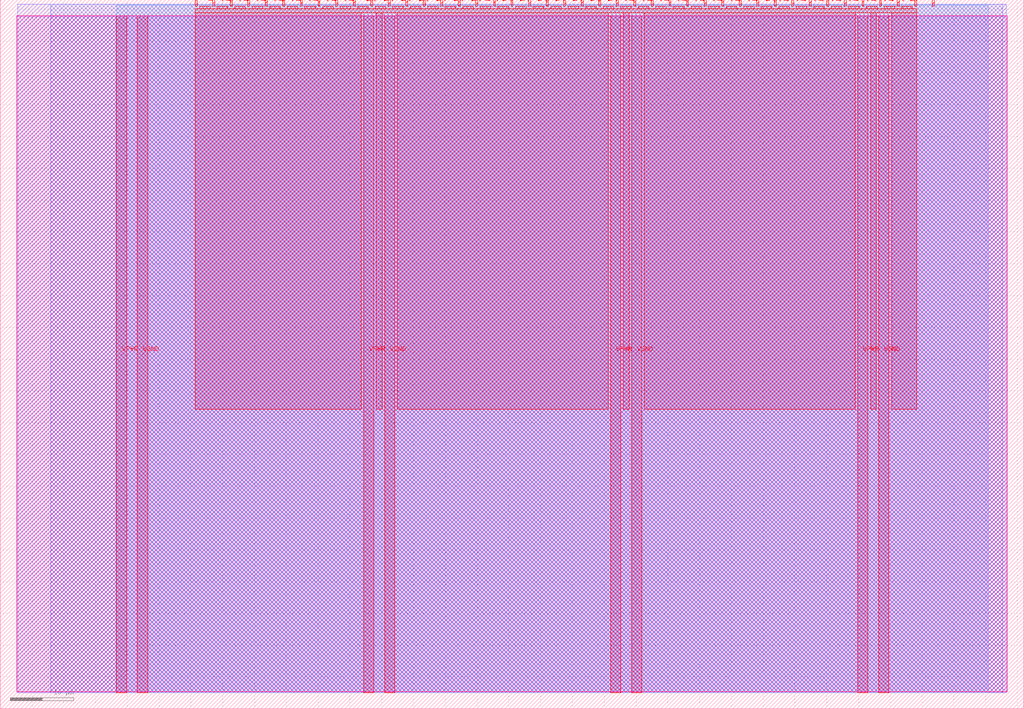
<source format=lef>
VERSION 5.7 ;
  NOWIREEXTENSIONATPIN ON ;
  DIVIDERCHAR "/" ;
  BUSBITCHARS "[]" ;
MACRO tt_um_gamepad_pmod_demo
  CLASS BLOCK ;
  FOREIGN tt_um_gamepad_pmod_demo ;
  ORIGIN 0.000 0.000 ;
  SIZE 161.000 BY 111.520 ;
  PIN VGND
    DIRECTION INOUT ;
    USE GROUND ;
    PORT
      LAYER met4 ;
        RECT 21.580 2.480 23.180 109.040 ;
    END
    PORT
      LAYER met4 ;
        RECT 60.450 2.480 62.050 109.040 ;
    END
    PORT
      LAYER met4 ;
        RECT 99.320 2.480 100.920 109.040 ;
    END
    PORT
      LAYER met4 ;
        RECT 138.190 2.480 139.790 109.040 ;
    END
  END VGND
  PIN VPWR
    DIRECTION INOUT ;
    USE POWER ;
    PORT
      LAYER met4 ;
        RECT 18.280 2.480 19.880 109.040 ;
    END
    PORT
      LAYER met4 ;
        RECT 57.150 2.480 58.750 109.040 ;
    END
    PORT
      LAYER met4 ;
        RECT 96.020 2.480 97.620 109.040 ;
    END
    PORT
      LAYER met4 ;
        RECT 134.890 2.480 136.490 109.040 ;
    END
  END VPWR
  PIN clk
    DIRECTION INPUT ;
    USE SIGNAL ;
    ANTENNAGATEAREA 0.852000 ;
    PORT
      LAYER met4 ;
        RECT 143.830 110.520 144.130 111.520 ;
    END
  END clk
  PIN ena
    DIRECTION INPUT ;
    USE SIGNAL ;
    PORT
      LAYER met4 ;
        RECT 146.590 110.520 146.890 111.520 ;
    END
  END ena
  PIN rst_n
    DIRECTION INPUT ;
    USE SIGNAL ;
    ANTENNAGATEAREA 0.196500 ;
    PORT
      LAYER met4 ;
        RECT 141.070 110.520 141.370 111.520 ;
    END
  END rst_n
  PIN ui_in[0]
    DIRECTION INPUT ;
    USE SIGNAL ;
    PORT
      LAYER met4 ;
        RECT 138.310 110.520 138.610 111.520 ;
    END
  END ui_in[0]
  PIN ui_in[1]
    DIRECTION INPUT ;
    USE SIGNAL ;
    PORT
      LAYER met4 ;
        RECT 135.550 110.520 135.850 111.520 ;
    END
  END ui_in[1]
  PIN ui_in[2]
    DIRECTION INPUT ;
    USE SIGNAL ;
    PORT
      LAYER met4 ;
        RECT 132.790 110.520 133.090 111.520 ;
    END
  END ui_in[2]
  PIN ui_in[3]
    DIRECTION INPUT ;
    USE SIGNAL ;
    PORT
      LAYER met4 ;
        RECT 130.030 110.520 130.330 111.520 ;
    END
  END ui_in[3]
  PIN ui_in[4]
    DIRECTION INPUT ;
    USE SIGNAL ;
    ANTENNAGATEAREA 0.196500 ;
    PORT
      LAYER met4 ;
        RECT 127.270 110.520 127.570 111.520 ;
    END
  END ui_in[4]
  PIN ui_in[5]
    DIRECTION INPUT ;
    USE SIGNAL ;
    ANTENNAGATEAREA 0.196500 ;
    PORT
      LAYER met4 ;
        RECT 124.510 110.520 124.810 111.520 ;
    END
  END ui_in[5]
  PIN ui_in[6]
    DIRECTION INPUT ;
    USE SIGNAL ;
    ANTENNAGATEAREA 0.196500 ;
    PORT
      LAYER met4 ;
        RECT 121.750 110.520 122.050 111.520 ;
    END
  END ui_in[6]
  PIN ui_in[7]
    DIRECTION INPUT ;
    USE SIGNAL ;
    PORT
      LAYER met4 ;
        RECT 118.990 110.520 119.290 111.520 ;
    END
  END ui_in[7]
  PIN uio_in[0]
    DIRECTION INPUT ;
    USE SIGNAL ;
    PORT
      LAYER met4 ;
        RECT 116.230 110.520 116.530 111.520 ;
    END
  END uio_in[0]
  PIN uio_in[1]
    DIRECTION INPUT ;
    USE SIGNAL ;
    PORT
      LAYER met4 ;
        RECT 113.470 110.520 113.770 111.520 ;
    END
  END uio_in[1]
  PIN uio_in[2]
    DIRECTION INPUT ;
    USE SIGNAL ;
    PORT
      LAYER met4 ;
        RECT 110.710 110.520 111.010 111.520 ;
    END
  END uio_in[2]
  PIN uio_in[3]
    DIRECTION INPUT ;
    USE SIGNAL ;
    PORT
      LAYER met4 ;
        RECT 107.950 110.520 108.250 111.520 ;
    END
  END uio_in[3]
  PIN uio_in[4]
    DIRECTION INPUT ;
    USE SIGNAL ;
    PORT
      LAYER met4 ;
        RECT 105.190 110.520 105.490 111.520 ;
    END
  END uio_in[4]
  PIN uio_in[5]
    DIRECTION INPUT ;
    USE SIGNAL ;
    PORT
      LAYER met4 ;
        RECT 102.430 110.520 102.730 111.520 ;
    END
  END uio_in[5]
  PIN uio_in[6]
    DIRECTION INPUT ;
    USE SIGNAL ;
    PORT
      LAYER met4 ;
        RECT 99.670 110.520 99.970 111.520 ;
    END
  END uio_in[6]
  PIN uio_in[7]
    DIRECTION INPUT ;
    USE SIGNAL ;
    PORT
      LAYER met4 ;
        RECT 96.910 110.520 97.210 111.520 ;
    END
  END uio_in[7]
  PIN uio_oe[0]
    DIRECTION OUTPUT ;
    USE SIGNAL ;
    PORT
      LAYER met4 ;
        RECT 49.990 110.520 50.290 111.520 ;
    END
  END uio_oe[0]
  PIN uio_oe[1]
    DIRECTION OUTPUT ;
    USE SIGNAL ;
    PORT
      LAYER met4 ;
        RECT 47.230 110.520 47.530 111.520 ;
    END
  END uio_oe[1]
  PIN uio_oe[2]
    DIRECTION OUTPUT ;
    USE SIGNAL ;
    PORT
      LAYER met4 ;
        RECT 44.470 110.520 44.770 111.520 ;
    END
  END uio_oe[2]
  PIN uio_oe[3]
    DIRECTION OUTPUT ;
    USE SIGNAL ;
    PORT
      LAYER met4 ;
        RECT 41.710 110.520 42.010 111.520 ;
    END
  END uio_oe[3]
  PIN uio_oe[4]
    DIRECTION OUTPUT ;
    USE SIGNAL ;
    PORT
      LAYER met4 ;
        RECT 38.950 110.520 39.250 111.520 ;
    END
  END uio_oe[4]
  PIN uio_oe[5]
    DIRECTION OUTPUT ;
    USE SIGNAL ;
    PORT
      LAYER met4 ;
        RECT 36.190 110.520 36.490 111.520 ;
    END
  END uio_oe[5]
  PIN uio_oe[6]
    DIRECTION OUTPUT ;
    USE SIGNAL ;
    PORT
      LAYER met4 ;
        RECT 33.430 110.520 33.730 111.520 ;
    END
  END uio_oe[6]
  PIN uio_oe[7]
    DIRECTION OUTPUT ;
    USE SIGNAL ;
    PORT
      LAYER met4 ;
        RECT 30.670 110.520 30.970 111.520 ;
    END
  END uio_oe[7]
  PIN uio_out[0]
    DIRECTION OUTPUT ;
    USE SIGNAL ;
    PORT
      LAYER met4 ;
        RECT 72.070 110.520 72.370 111.520 ;
    END
  END uio_out[0]
  PIN uio_out[1]
    DIRECTION OUTPUT ;
    USE SIGNAL ;
    PORT
      LAYER met4 ;
        RECT 69.310 110.520 69.610 111.520 ;
    END
  END uio_out[1]
  PIN uio_out[2]
    DIRECTION OUTPUT ;
    USE SIGNAL ;
    PORT
      LAYER met4 ;
        RECT 66.550 110.520 66.850 111.520 ;
    END
  END uio_out[2]
  PIN uio_out[3]
    DIRECTION OUTPUT ;
    USE SIGNAL ;
    PORT
      LAYER met4 ;
        RECT 63.790 110.520 64.090 111.520 ;
    END
  END uio_out[3]
  PIN uio_out[4]
    DIRECTION OUTPUT ;
    USE SIGNAL ;
    PORT
      LAYER met4 ;
        RECT 61.030 110.520 61.330 111.520 ;
    END
  END uio_out[4]
  PIN uio_out[5]
    DIRECTION OUTPUT ;
    USE SIGNAL ;
    PORT
      LAYER met4 ;
        RECT 58.270 110.520 58.570 111.520 ;
    END
  END uio_out[5]
  PIN uio_out[6]
    DIRECTION OUTPUT ;
    USE SIGNAL ;
    PORT
      LAYER met4 ;
        RECT 55.510 110.520 55.810 111.520 ;
    END
  END uio_out[6]
  PIN uio_out[7]
    DIRECTION OUTPUT ;
    USE SIGNAL ;
    PORT
      LAYER met4 ;
        RECT 52.750 110.520 53.050 111.520 ;
    END
  END uio_out[7]
  PIN uo_out[0]
    DIRECTION OUTPUT ;
    USE SIGNAL ;
    ANTENNADIFFAREA 0.445500 ;
    PORT
      LAYER met4 ;
        RECT 94.150 110.520 94.450 111.520 ;
    END
  END uo_out[0]
  PIN uo_out[1]
    DIRECTION OUTPUT ;
    USE SIGNAL ;
    ANTENNADIFFAREA 0.445500 ;
    PORT
      LAYER met4 ;
        RECT 91.390 110.520 91.690 111.520 ;
    END
  END uo_out[1]
  PIN uo_out[2]
    DIRECTION OUTPUT ;
    USE SIGNAL ;
    ANTENNADIFFAREA 0.445500 ;
    PORT
      LAYER met4 ;
        RECT 88.630 110.520 88.930 111.520 ;
    END
  END uo_out[2]
  PIN uo_out[3]
    DIRECTION OUTPUT ;
    USE SIGNAL ;
    ANTENNADIFFAREA 0.445500 ;
    PORT
      LAYER met4 ;
        RECT 85.870 110.520 86.170 111.520 ;
    END
  END uo_out[3]
  PIN uo_out[4]
    DIRECTION OUTPUT ;
    USE SIGNAL ;
    ANTENNADIFFAREA 0.445500 ;
    PORT
      LAYER met4 ;
        RECT 83.110 110.520 83.410 111.520 ;
    END
  END uo_out[4]
  PIN uo_out[5]
    DIRECTION OUTPUT ;
    USE SIGNAL ;
    ANTENNAGATEAREA 0.159000 ;
    ANTENNADIFFAREA 0.445500 ;
    PORT
      LAYER met4 ;
        RECT 80.350 110.520 80.650 111.520 ;
    END
  END uo_out[5]
  PIN uo_out[6]
    DIRECTION OUTPUT ;
    USE SIGNAL ;
    ANTENNAGATEAREA 0.318000 ;
    ANTENNADIFFAREA 0.445500 ;
    PORT
      LAYER met4 ;
        RECT 77.590 110.520 77.890 111.520 ;
    END
  END uo_out[6]
  PIN uo_out[7]
    DIRECTION OUTPUT ;
    USE SIGNAL ;
    ANTENNADIFFAREA 0.445500 ;
    PORT
      LAYER met4 ;
        RECT 74.830 110.520 75.130 111.520 ;
    END
  END uo_out[7]
  OBS
      LAYER nwell ;
        RECT 2.570 2.635 158.430 108.990 ;
      LAYER li1 ;
        RECT 2.760 2.635 158.240 108.885 ;
      LAYER met1 ;
        RECT 2.760 2.480 158.240 110.800 ;
      LAYER met2 ;
        RECT 7.920 2.535 157.680 110.830 ;
      LAYER met3 ;
        RECT 18.290 2.555 155.415 110.665 ;
      LAYER met4 ;
        RECT 31.370 110.120 33.030 110.520 ;
        RECT 34.130 110.120 35.790 110.520 ;
        RECT 36.890 110.120 38.550 110.520 ;
        RECT 39.650 110.120 41.310 110.520 ;
        RECT 42.410 110.120 44.070 110.520 ;
        RECT 45.170 110.120 46.830 110.520 ;
        RECT 47.930 110.120 49.590 110.520 ;
        RECT 50.690 110.120 52.350 110.520 ;
        RECT 53.450 110.120 55.110 110.520 ;
        RECT 56.210 110.120 57.870 110.520 ;
        RECT 58.970 110.120 60.630 110.520 ;
        RECT 61.730 110.120 63.390 110.520 ;
        RECT 64.490 110.120 66.150 110.520 ;
        RECT 67.250 110.120 68.910 110.520 ;
        RECT 70.010 110.120 71.670 110.520 ;
        RECT 72.770 110.120 74.430 110.520 ;
        RECT 75.530 110.120 77.190 110.520 ;
        RECT 78.290 110.120 79.950 110.520 ;
        RECT 81.050 110.120 82.710 110.520 ;
        RECT 83.810 110.120 85.470 110.520 ;
        RECT 86.570 110.120 88.230 110.520 ;
        RECT 89.330 110.120 90.990 110.520 ;
        RECT 92.090 110.120 93.750 110.520 ;
        RECT 94.850 110.120 96.510 110.520 ;
        RECT 97.610 110.120 99.270 110.520 ;
        RECT 100.370 110.120 102.030 110.520 ;
        RECT 103.130 110.120 104.790 110.520 ;
        RECT 105.890 110.120 107.550 110.520 ;
        RECT 108.650 110.120 110.310 110.520 ;
        RECT 111.410 110.120 113.070 110.520 ;
        RECT 114.170 110.120 115.830 110.520 ;
        RECT 116.930 110.120 118.590 110.520 ;
        RECT 119.690 110.120 121.350 110.520 ;
        RECT 122.450 110.120 124.110 110.520 ;
        RECT 125.210 110.120 126.870 110.520 ;
        RECT 127.970 110.120 129.630 110.520 ;
        RECT 130.730 110.120 132.390 110.520 ;
        RECT 133.490 110.120 135.150 110.520 ;
        RECT 136.250 110.120 137.910 110.520 ;
        RECT 139.010 110.120 140.670 110.520 ;
        RECT 141.770 110.120 143.430 110.520 ;
        RECT 30.655 109.440 144.145 110.120 ;
        RECT 30.655 47.095 56.750 109.440 ;
        RECT 59.150 47.095 60.050 109.440 ;
        RECT 62.450 47.095 95.620 109.440 ;
        RECT 98.020 47.095 98.920 109.440 ;
        RECT 101.320 47.095 134.490 109.440 ;
        RECT 136.890 47.095 137.790 109.440 ;
        RECT 140.190 47.095 144.145 109.440 ;
  END
END tt_um_gamepad_pmod_demo
END LIBRARY


</source>
